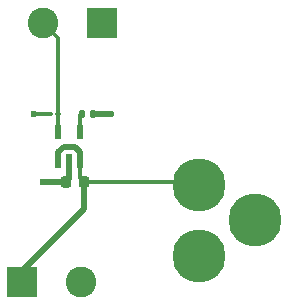
<source format=gtl>
%TF.GenerationSoftware,KiCad,Pcbnew,8.0.4*%
%TF.CreationDate,2024-11-20T20:48:09-05:00*%
%TF.ProjectId,voltage_regulator_3V3_ap2210,766f6c74-6167-4655-9f72-6567756c6174,rev?*%
%TF.SameCoordinates,Original*%
%TF.FileFunction,Copper,L1,Top*%
%TF.FilePolarity,Positive*%
%FSLAX46Y46*%
G04 Gerber Fmt 4.6, Leading zero omitted, Abs format (unit mm)*
G04 Created by KiCad (PCBNEW 8.0.4) date 2024-11-20 20:48:09*
%MOMM*%
%LPD*%
G01*
G04 APERTURE LIST*
G04 Aperture macros list*
%AMRoundRect*
0 Rectangle with rounded corners*
0 $1 Rounding radius*
0 $2 $3 $4 $5 $6 $7 $8 $9 X,Y pos of 4 corners*
0 Add a 4 corners polygon primitive as box body*
4,1,4,$2,$3,$4,$5,$6,$7,$8,$9,$2,$3,0*
0 Add four circle primitives for the rounded corners*
1,1,$1+$1,$2,$3*
1,1,$1+$1,$4,$5*
1,1,$1+$1,$6,$7*
1,1,$1+$1,$8,$9*
0 Add four rect primitives between the rounded corners*
20,1,$1+$1,$2,$3,$4,$5,0*
20,1,$1+$1,$4,$5,$6,$7,0*
20,1,$1+$1,$6,$7,$8,$9,0*
20,1,$1+$1,$8,$9,$2,$3,0*%
G04 Aperture macros list end*
%TA.AperFunction,ComponentPad*%
%ADD10R,2.600000X2.600000*%
%TD*%
%TA.AperFunction,ComponentPad*%
%ADD11C,2.600000*%
%TD*%
%TA.AperFunction,ComponentPad*%
%ADD12C,4.500000*%
%TD*%
%TA.AperFunction,SMDPad,CuDef*%
%ADD13R,0.550000X1.300000*%
%TD*%
%TA.AperFunction,SMDPad,CuDef*%
%ADD14RoundRect,0.100000X0.130000X0.100000X-0.130000X0.100000X-0.130000X-0.100000X0.130000X-0.100000X0*%
%TD*%
%TA.AperFunction,SMDPad,CuDef*%
%ADD15RoundRect,0.140000X-0.140000X-0.170000X0.140000X-0.170000X0.140000X0.170000X-0.140000X0.170000X0*%
%TD*%
%TA.AperFunction,SMDPad,CuDef*%
%ADD16RoundRect,0.225000X0.225000X0.250000X-0.225000X0.250000X-0.225000X-0.250000X0.225000X-0.250000X0*%
%TD*%
%TA.AperFunction,ViaPad*%
%ADD17C,0.600000*%
%TD*%
%TA.AperFunction,Conductor*%
%ADD18C,0.500000*%
%TD*%
%TA.AperFunction,Conductor*%
%ADD19C,0.300000*%
%TD*%
G04 APERTURE END LIST*
D10*
%TO.P,J3,1,Pin_1*%
%TO.N,GND*%
X104000000Y-46250000D03*
D11*
%TO.P,J3,2,Pin_2*%
%TO.N,+3.3V*%
X99000000Y-46250000D03*
%TD*%
D12*
%TO.P,J2,1*%
%TO.N,+5V*%
X112250000Y-60000000D03*
%TO.P,J2,2*%
%TO.N,GND*%
X112250000Y-66000000D03*
%TO.P,J2,3*%
%TO.N,unconnected-(J2-Pad3)*%
X116950000Y-63000000D03*
%TD*%
D13*
%TO.P,U1,1,VIN*%
%TO.N,+5V*%
X100275000Y-58000000D03*
%TO.P,U1,2,GND*%
%TO.N,GND*%
X101225000Y-58000000D03*
%TO.P,U1,3,EN*%
%TO.N,+5V*%
X102175000Y-58000000D03*
%TO.P,U1,4,BYP*%
%TO.N,Net-(U1-BYP)*%
X102175000Y-55500000D03*
%TO.P,U1,5,VOUT*%
%TO.N,+3.3V*%
X100275000Y-55500000D03*
%TD*%
D10*
%TO.P,J1,1,Pin_1*%
%TO.N,+5V*%
X97250000Y-68250000D03*
D11*
%TO.P,J1,2,Pin_2*%
%TO.N,GND*%
X102250000Y-68250000D03*
%TD*%
D14*
%TO.P,C2,1*%
%TO.N,+3.3V*%
X100250000Y-54000000D03*
%TO.P,C2,2*%
%TO.N,GND*%
X99610000Y-54000000D03*
%TD*%
D15*
%TO.P,C3,1*%
%TO.N,Net-(U1-BYP)*%
X102270000Y-54000000D03*
%TO.P,C3,2*%
%TO.N,GND*%
X103230000Y-54000000D03*
%TD*%
D16*
%TO.P,C1,1*%
%TO.N,+5V*%
X102500000Y-59750000D03*
%TO.P,C1,2*%
%TO.N,GND*%
X100950000Y-59750000D03*
%TD*%
D17*
%TO.N,GND*%
X98250000Y-54000000D03*
X99000000Y-59750000D03*
X104750000Y-54000000D03*
%TD*%
D18*
%TO.N,+5V*%
X101750000Y-56750000D02*
X102175000Y-57175000D01*
X102175000Y-57175000D02*
X102175000Y-58000000D01*
X100750000Y-56750000D02*
X101750000Y-56750000D01*
X100275000Y-57225000D02*
X100750000Y-56750000D01*
X100275000Y-58000000D02*
X100275000Y-57225000D01*
%TO.N,GND*%
X103230000Y-54000000D02*
X104750000Y-54000000D01*
D19*
X99610000Y-54000000D02*
X98250000Y-54000000D01*
D18*
X101225000Y-59475000D02*
X100950000Y-59750000D01*
X101225000Y-58000000D02*
X101225000Y-59475000D01*
X100950000Y-59750000D02*
X99000000Y-59750000D01*
%TO.N,+5V*%
X102500000Y-62000000D02*
X102500000Y-59750000D01*
D19*
X102500000Y-59750000D02*
X112000000Y-59750000D01*
X102175000Y-58000000D02*
X102175000Y-59425000D01*
D18*
X97250000Y-67250000D02*
X102500000Y-62000000D01*
X97250000Y-68250000D02*
X97250000Y-67250000D01*
D19*
X112000000Y-59750000D02*
X112250000Y-60000000D01*
X102175000Y-59425000D02*
X102500000Y-59750000D01*
%TO.N,+3.3V*%
X100275000Y-47525000D02*
X99000000Y-46250000D01*
X100275000Y-55500000D02*
X100275000Y-54025000D01*
X100275000Y-55500000D02*
X100275000Y-47525000D01*
X100275000Y-54025000D02*
X100250000Y-54000000D01*
%TO.N,Net-(U1-BYP)*%
X102175000Y-55500000D02*
X102175000Y-54095000D01*
X102175000Y-54095000D02*
X102270000Y-54000000D01*
%TD*%
M02*

</source>
